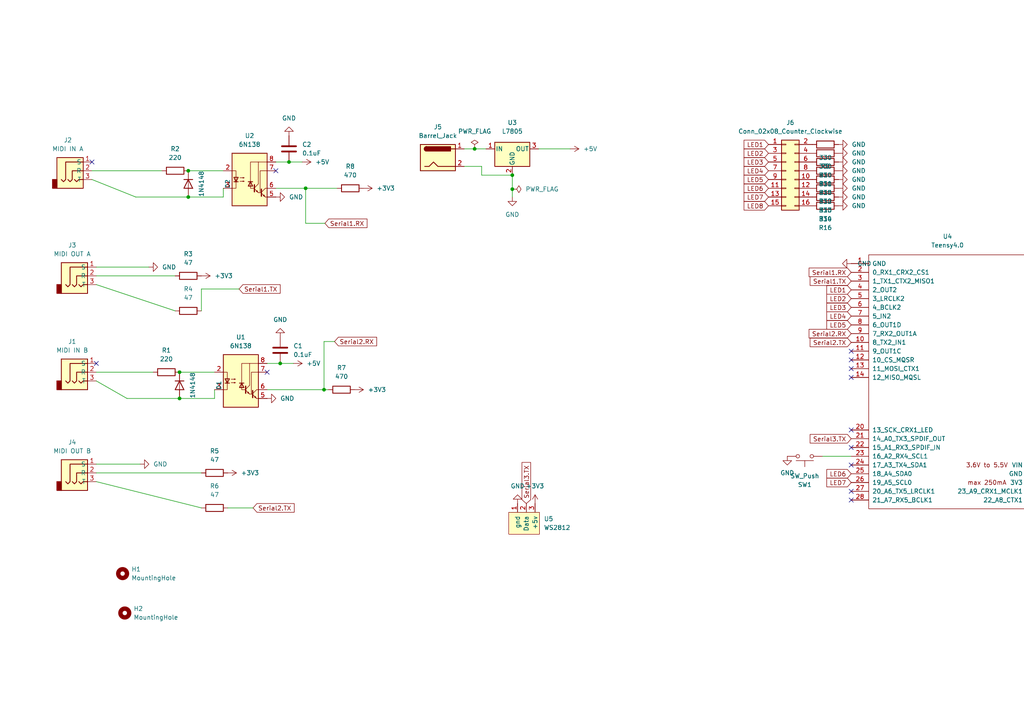
<source format=kicad_sch>
(kicad_sch (version 20211123) (generator eeschema)
  (paper "A4")
  (lib_symbols
    (symbol "Connector:Barrel_Jack" (pin_names (offset 1.016))
      (property "Reference" "J" (at 0 5.334 0))
      (property "Value" "Barrel_Jack" (at 0 -5.08 0))
      (symbol "Barrel_Jack_0_1"
        (rectangle (start -5.08 3.81) (end 5.08 -3.81) (stroke (width 0.254)) (fill (type background)))
        (arc (start -3.302 3.175) (mid -3.937 2.54) (end -3.302 1.905) (stroke (width 0.254)))
        (arc (start -3.302 3.175) (mid -3.937 2.54) (end -3.302 1.905) (stroke (width 0.254)) (fill (type outline)))
        (polyline (pts (xy 5.08 2.54) (xy 3.81 2.54)) (stroke (width 0.254)))
        (polyline (pts (xy -3.81 -2.54) (xy -2.54 -2.54) (xy -1.27 -1.27) (xy 0 -2.54) (xy 2.54 -2.54) (xy 5.08 -2.54)) (stroke (width 0.254)))
        (rectangle (start 3.683 3.175) (end -3.302 1.905) (stroke (width 0.254)) (fill (type outline)))
      )
      (symbol "Barrel_Jack_1_1"
        (pin passive line (at 7.62 2.54 180) (length 2.54) (name "~") (number "1"))
        (pin passive line (at 7.62 -2.54 180) (length 2.54) (name "~") (number "2"))
      )
    )
    (symbol "Connector_Generic:Conn_02x08_Odd_Even" (pin_names (offset 1.016) hide)
      (property "Reference" "J" (at 1.27 10.16 0))
      (property "Value" "Conn_02x08_Odd_Even" (at 1.27 -12.7 0))
      (symbol "Conn_02x08_Odd_Even_1_1"
        (rectangle (start -1.27 -10.033) (end 0 -10.287) (stroke (width 0.1524)))
        (rectangle (start -1.27 -7.493) (end 0 -7.747) (stroke (width 0.1524)))
        (rectangle (start -1.27 -4.953) (end 0 -5.207) (stroke (width 0.1524)))
        (rectangle (start -1.27 -2.413) (end 0 -2.667) (stroke (width 0.1524)))
        (rectangle (start -1.27 0.127) (end 0 -0.127) (stroke (width 0.1524)))
        (rectangle (start -1.27 2.667) (end 0 2.413) (stroke (width 0.1524)))
        (rectangle (start -1.27 5.207) (end 0 4.953) (stroke (width 0.1524)))
        (rectangle (start -1.27 7.747) (end 0 7.493) (stroke (width 0.1524)))
        (rectangle (start -1.27 8.89) (end 3.81 -11.43) (stroke (width 0.254)) (fill (type background)))
        (rectangle (start 3.81 -10.033) (end 2.54 -10.287) (stroke (width 0.1524)))
        (rectangle (start 3.81 -7.493) (end 2.54 -7.747) (stroke (width 0.1524)))
        (rectangle (start 3.81 -4.953) (end 2.54 -5.207) (stroke (width 0.1524)))
        (rectangle (start 3.81 -2.413) (end 2.54 -2.667) (stroke (width 0.1524)))
        (rectangle (start 3.81 0.127) (end 2.54 -0.127) (stroke (width 0.1524)))
        (rectangle (start 3.81 2.667) (end 2.54 2.413) (stroke (width 0.1524)))
        (rectangle (start 3.81 5.207) (end 2.54 4.953) (stroke (width 0.1524)))
        (rectangle (start 3.81 7.747) (end 2.54 7.493) (stroke (width 0.1524)))
        (pin passive line (at -5.08 7.62 0) (length 3.81) (name "Pin_1") (number "1"))
        (pin passive line (at 7.62 -2.54 180) (length 3.81) (name "Pin_10") (number "10"))
        (pin passive line (at -5.08 -5.08 0) (length 3.81) (name "Pin_11") (number "11"))
        (pin passive line (at 7.62 -5.08 180) (length 3.81) (name "Pin_12") (number "12"))
        (pin passive line (at -5.08 -7.62 0) (length 3.81) (name "Pin_13") (number "13"))
        (pin passive line (at 7.62 -7.62 180) (length 3.81) (name "Pin_14") (number "14"))
        (pin passive line (at -5.08 -10.16 0) (length 3.81) (name "Pin_15") (number "15"))
        (pin passive line (at 7.62 -10.16 180) (length 3.81) (name "Pin_16") (number "16"))
        (pin passive line (at 7.62 7.62 180) (length 3.81) (name "Pin_2") (number "2"))
        (pin passive line (at -5.08 5.08 0) (length 3.81) (name "Pin_3") (number "3"))
        (pin passive line (at 7.62 5.08 180) (length 3.81) (name "Pin_4") (number "4"))
        (pin passive line (at -5.08 2.54 0) (length 3.81) (name "Pin_5") (number "5"))
        (pin passive line (at 7.62 2.54 180) (length 3.81) (name "Pin_6") (number "6"))
        (pin passive line (at -5.08 0 0) (length 3.81) (name "Pin_7") (number "7"))
        (pin passive line (at 7.62 0 180) (length 3.81) (name "Pin_8") (number "8"))
        (pin passive line (at -5.08 -2.54 0) (length 3.81) (name "Pin_9") (number "9"))
      )
    )
    (symbol "Device:C" (pin_numbers hide) (pin_names (offset 0.254))
      (property "Reference" "C" (at 0.635 2.54 0))
      (property "Value" "C" (at 0.635 -2.54 0))
      (symbol "C_0_1"
        (polyline (pts (xy -2.032 -0.762) (xy 2.032 -0.762)) (stroke (width 0.508)))
        (polyline (pts (xy -2.032 0.762) (xy 2.032 0.762)) (stroke (width 0.508)))
      )
      (symbol "C_1_1"
        (pin passive line (at 0 3.81 270) (length 2.794) (name "~") (number "1"))
        (pin passive line (at 0 -3.81 90) (length 2.794) (name "~") (number "2"))
      )
    )
    (symbol "Device:R" (pin_numbers hide) (pin_names (offset 0))
      (property "Reference" "R" (at 2.032 0 90))
      (property "Value" "R" (at 0 0 90))
      (symbol "R_0_1"
        (rectangle (start -1.016 -2.54) (end 1.016 2.54) (stroke (width 0.254)))
      )
      (symbol "R_1_1"
        (pin passive line (at 0 3.81 270) (length 1.27) (name "~") (number "1"))
        (pin passive line (at 0 -3.81 90) (length 1.27) (name "~") (number "2"))
      )
    )
    (symbol "Diode:1N4148" (pin_numbers hide) (pin_names (offset 1.016) hide)
      (property "Reference" "D" (at 0 2.54 0))
      (property "Value" "1N4148" (at 0 -2.54 0))
      (symbol "1N4148_0_1"
        (polyline (pts (xy -1.27 1.27) (xy -1.27 -1.27)) (stroke (width 0.254)))
        (polyline (pts (xy 1.27 0) (xy -1.27 0)))
        (polyline (pts (xy 1.27 1.27) (xy 1.27 -1.27) (xy -1.27 0) (xy 1.27 1.27)) (stroke (width 0.254)))
      )
      (symbol "1N4148_1_1"
        (pin passive line (at -3.81 0 0) (length 2.54) (name "K") (number "1"))
        (pin passive line (at 3.81 0 180) (length 2.54) (name "A") (number "2"))
      )
    )
    (symbol "Isolator:6N138" (pin_names (offset 1.016) hide)
      (property "Reference" "U" (at -4.064 8.89 0))
      (property "Value" "6N138" (at 2.286 8.89 0))
      (symbol "6N138_0_1"
        (rectangle (start -5.08 7.62) (end 5.08 -7.62) (stroke (width 0.254)) (fill (type background)))
        (polyline (pts (xy -4.572 -0.635) (xy -3.302 -0.635)) (stroke (width 0.254)))
        (polyline (pts (xy 0.889 -0.635) (xy -0.381 -0.635)) (stroke (width 0.254)))
        (polyline (pts (xy 1.397 -2.667) (xy 2.54 -3.81)))
        (polyline (pts (xy 1.397 -2.413) (xy 2.54 -1.27)))
        (polyline (pts (xy 2.54 -3.81) (xy 3.175 -3.81)))
        (polyline (pts (xy 3.429 -3.937) (xy 4.572 -5.08)))
        (polyline (pts (xy 3.429 -3.683) (xy 4.572 -2.54)))
        (polyline (pts (xy 4.572 -5.08) (xy 5.08 -5.08)))
        (polyline (pts (xy 4.572 -2.54) (xy 5.08 -2.54)))
        (polyline (pts (xy 1.397 -1.524) (xy 1.397 -3.556) (xy 1.397 -3.556)) (stroke (width 0.3556)))
        (polyline (pts (xy 2.54 -1.27) (xy 2.54 5.08) (xy 5.08 5.08)))
        (polyline (pts (xy 3.429 -2.794) (xy 3.429 -4.826) (xy 3.429 -4.826)) (stroke (width 0.3556)))
        (polyline (pts (xy 5.08 2.54) (xy 3.048 2.54) (xy 3.048 -3.81)))
        (polyline (pts (xy -5.08 -2.54) (xy -3.937 -2.54) (xy -3.937 2.54) (xy -5.08 2.54)))
        (polyline (pts (xy -3.937 -0.635) (xy -4.572 0.635) (xy -3.302 0.635) (xy -3.937 -0.635)) (stroke (width 0.254)))
        (polyline (pts (xy 0.254 -0.635) (xy 0.889 -1.905) (xy -0.381 -1.905) (xy 0.254 -0.635)) (stroke (width 0.254)))
        (polyline (pts (xy 1.27 -2.54) (xy 0.254 -2.54) (xy 0.254 5.08) (xy 2.54 5.08)))
        (polyline (pts (xy 2.413 -3.683) (xy 2.159 -3.175) (xy 1.905 -3.429) (xy 2.413 -3.683)))
        (polyline (pts (xy 4.445 -4.953) (xy 4.191 -4.445) (xy 3.937 -4.699) (xy 4.445 -4.953)))
        (polyline (pts (xy -2.794 -0.508) (xy -1.524 -0.508) (xy -1.905 -0.635) (xy -1.905 -0.381) (xy -1.524 -0.508)))
        (polyline (pts (xy -2.794 0.508) (xy -1.524 0.508) (xy -1.905 0.381) (xy -1.905 0.635) (xy -1.524 0.508)))
      )
      (symbol "6N138_1_1"
        (pin no_connect line (at -5.08 5.08 0) (length 2.54) hide (name "NC") (number "1"))
        (pin passive line (at -7.62 2.54 0) (length 2.54) (name "C1") (number "2"))
        (pin passive line (at -7.62 -2.54 0) (length 2.54) (name "C2") (number "3"))
        (pin no_connect line (at -5.08 -5.08 0) (length 2.54) hide (name "NC") (number "4"))
        (pin passive line (at 7.62 -5.08 180) (length 2.54) (name "GND") (number "5"))
        (pin passive line (at 7.62 -2.54 180) (length 2.54) (name "VO2") (number "6"))
        (pin passive line (at 7.62 2.54 180) (length 2.54) (name "VO1") (number "7"))
        (pin passive line (at 7.62 5.08 180) (length 2.54) (name "VCC") (number "8"))
      )
    )
    (symbol "Mechanical:MountingHole" (pin_names (offset 1.016))
      (property "Reference" "H" (at 0 5.08 0))
      (property "Value" "MountingHole" (at 0 3.175 0))
      (symbol "MountingHole_0_1"
        (circle (center 0 0) (radius 1.27) (stroke (width 1.27)))
      )
    )
    (symbol "Regulator_Linear:L7805" (pin_names (offset 0.254))
      (property "Reference" "U" (at -3.81 3.175 0))
      (property "Value" "L7805" (at 0 3.175 0))
      (symbol "L7805_0_1"
        (rectangle (start -5.08 1.905) (end 5.08 -5.08) (stroke (width 0.254)) (fill (type background)))
      )
      (symbol "L7805_1_1"
        (pin power_in line (at -7.62 0 0) (length 2.54) (name "IN") (number "1"))
        (pin power_in line (at 0 -7.62 90) (length 2.54) (name "GND") (number "2"))
        (pin power_out line (at 7.62 0 180) (length 2.54) (name "OUT") (number "3"))
      )
    )
    (symbol "Switch:SW_Push" (pin_numbers hide) (pin_names (offset 1.016) hide)
      (property "Reference" "SW" (at 1.27 2.54 0))
      (property "Value" "SW_Push" (at 0 -1.524 0))
      (symbol "SW_Push_0_1"
        (circle (center -2.032 0) (radius 0.508))
        (polyline (pts (xy 0 1.27) (xy 0 3.048)))
        (polyline (pts (xy 2.54 1.27) (xy -2.54 1.27)))
        (circle (center 2.032 0) (radius 0.508))
        (pin passive line (at -5.08 0 0) (length 2.54) (name "1") (number "1"))
        (pin passive line (at 5.08 0 180) (length 2.54) (name "2") (number "2"))
      )
    )
    (symbol "clarinoid2:TRS jack"
      (property "Reference" "J" (at 0 8.89 0))
      (property "Value" "TRS jack" (at 0 6.35 0))
      (symbol "TRS jack_0_1"
        (rectangle (start -5.08 -5.08) (end -6.35 -2.54) (stroke (width 0.254)) (fill (type outline)))
        (polyline (pts (xy 0 -2.54) (xy 0.635 -3.175) (xy 1.27 -2.54) (xy 2.54 -2.54)) (stroke (width 0.254)))
        (polyline (pts (xy -1.905 -2.54) (xy -1.27 -3.175) (xy -0.635 -2.54) (xy -0.635 0) (xy 2.54 0)) (stroke (width 0.254)))
        (polyline (pts (xy 2.54 2.54) (xy -2.54 2.54) (xy -2.54 -2.54) (xy -3.175 -3.175) (xy -3.81 -2.54)) (stroke (width 0.254)))
        (rectangle (start 2.54 3.81) (end -5.08 -5.08) (stroke (width 0.254)) (fill (type background)))
      )
      (symbol "TRS jack_1_1"
        (pin passive line (at 5.08 2.54 180) (length 2.54) (name "S") (number "1"))
        (pin passive line (at 5.08 0 180) (length 2.54) (name "R") (number "2"))
        (pin passive line (at 5.08 -2.54 180) (length 2.54) (name "T") (number "3"))
      )
    )
    (symbol "clarinoid2:Teensy4.0 only side pins" (pin_names (offset 1.016))
      (property "Reference" "U" (at 0 39.37 0))
      (property "Value" "Teensy4.0 only side pins" (at 0 -39.37 0))
      (symbol "Teensy4.0 only side pins_0_0"
        (text "3.6V to 5.5V" (at 11.43 -24.13 0) (effects (font (size 1.27 1.27))))
        (text "max 250mA" (at 11.43 -29.21 0) (effects (font (size 1.27 1.27))))
        (pin bidirectional line (at -27.94 11.43 0) (length 5.08) (name "8_TX2_IN1") (number "10"))
        (pin bidirectional line (at -27.94 8.89 0) (length 5.08) (name "9_OUT1C") (number "11"))
        (pin bidirectional line (at -27.94 6.35 0) (length 5.08) (name "10_CS_MQSR") (number "12"))
        (pin bidirectional line (at -27.94 3.81 0) (length 5.08) (name "11_MOSI_CTX1") (number "13"))
        (pin bidirectional line (at -27.94 1.27 0) (length 5.08) (name "12_MISO_MQSL") (number "14"))
        (pin bidirectional line (at -27.94 -13.97 0) (length 5.08) (name "13_SCK_CRX1_LED") (number "20"))
        (pin bidirectional line (at -27.94 -16.51 0) (length 5.08) (name "14_A0_TX3_SPDIF_OUT") (number "21"))
        (pin bidirectional line (at -27.94 -19.05 0) (length 5.08) (name "15_A1_RX3_SPDIF_IN") (number "22"))
        (pin bidirectional line (at -27.94 -21.59 0) (length 5.08) (name "16_A2_RX4_SCL1") (number "23"))
        (pin bidirectional line (at -27.94 -24.13 0) (length 5.08) (name "17_A3_TX4_SDA1") (number "24"))
        (pin bidirectional line (at -27.94 -26.67 0) (length 5.08) (name "18_A4_SDA0") (number "25"))
        (pin bidirectional line (at -27.94 -29.21 0) (length 5.08) (name "19_A5_SCL0") (number "26"))
        (pin bidirectional line (at -27.94 -31.75 0) (length 5.08) (name "20_A6_TX5_LRCLK1") (number "27"))
        (pin bidirectional line (at -27.94 -34.29 0) (length 5.08) (name "21_A7_RX5_BCLK1") (number "28"))
        (pin bidirectional line (at 27.94 -34.29 180) (length 5.08) (name "22_A8_CTX1") (number "29"))
        (pin bidirectional line (at 27.94 -31.75 180) (length 5.08) (name "23_A9_CRX1_MCLK1") (number "30"))
        (pin power_out line (at 27.94 -29.21 180) (length 5.08) (name "3V3") (number "31"))
        (pin power_in line (at 27.94 -26.67 180) (length 5.08) (name "GND") (number "32"))
        (pin power_in line (at 27.94 -24.13 180) (length 5.08) (name "VIN") (number "33"))
        (pin bidirectional line (at -27.94 24.13 0) (length 5.08) (name "3_LRCLK2") (number "5"))
        (pin bidirectional line (at -27.94 21.59 0) (length 5.08) (name "4_BCLK2") (number "6"))
        (pin bidirectional line (at -27.94 19.05 0) (length 5.08) (name "5_IN2") (number "7"))
        (pin bidirectional line (at -27.94 16.51 0) (length 5.08) (name "6_OUT1D") (number "8"))
        (pin bidirectional line (at -27.94 13.97 0) (length 5.08) (name "7_RX2_OUT1A") (number "9"))
      )
      (symbol "Teensy4.0 only side pins_0_1"
        (rectangle (start -22.86 36.83) (end 22.86 -36.83))
        (rectangle (start -20.32 -31.75) (end -20.32 -31.75))
      )
      (symbol "Teensy4.0 only side pins_1_1"
        (pin power_in line (at -27.94 34.29 0) (length 5.08) (name "GND") (number "1"))
        (pin bidirectional line (at -27.94 31.75 0) (length 5.08) (name "0_RX1_CRX2_CS1") (number "2"))
        (pin bidirectional line (at -27.94 29.21 0) (length 5.08) (name "1_TX1_CTX2_MISO1") (number "3"))
        (pin bidirectional line (at -27.94 26.67 0) (length 5.08) (name "2_OUT2") (number "4"))
      )
    )
    (symbol "clarinoid2:WS2812" (pin_names (offset 1.016))
      (property "Reference" "U" (at 5.08 -1.27 0))
      (property "Value" "WS2812" (at 0 -1.27 0))
      (symbol "WS2812_0_1"
        (rectangle (start -3.81 6.35) (end 5.08 0) (fill (type background)))
      )
      (symbol "WS2812_1_1"
        (pin passive line (at -1.27 8.89 270) (length 2.54) (name "gnd") (number "1"))
        (pin passive line (at 1.27 8.89 270) (length 2.54) (name "Data") (number "2"))
        (pin power_in line (at 3.81 8.89 270) (length 2.54) (name "+5v") (number "3"))
      )
    )
    (symbol "power:+3.3V" (power) (pin_names (offset 0))
      (property "Value" "+3.3V" (at 0 3.556 0))
      (symbol "+3.3V_0_1"
        (polyline (pts (xy -0.762 1.27) (xy 0 2.54)))
        (polyline (pts (xy 0 0) (xy 0 2.54)))
        (polyline (pts (xy 0 2.54) (xy 0.762 1.27)))
      )
      (symbol "+3.3V_1_1"
        (pin power_in line (at 0 0 90) (length 0) hide (name "+3V3") (number "1"))
      )
    )
    (symbol "power:+5V" (power) (pin_names (offset 0))
      (property "Value" "+5V" (at 0 3.556 0))
      (symbol "+5V_0_1"
        (polyline (pts (xy -0.762 1.27) (xy 0 2.54)))
        (polyline (pts (xy 0 0) (xy 0 2.54)))
        (polyline (pts (xy 0 2.54) (xy 0.762 1.27)))
      )
      (symbol "+5V_1_1"
        (pin power_in line (at 0 0 90) (length 0) hide (name "+5V") (number "1"))
      )
    )
    (symbol "power:GND" (power) (pin_names (offset 0))
      (property "Value" "GND" (at 0 -3.81 0))
      (symbol "GND_0_1"
        (polyline (pts (xy 0 0) (xy 0 -1.27) (xy 1.27 -1.27) (xy 0 -2.54) (xy -1.27 -1.27) (xy 0 -1.27)))
      )
      (symbol "GND_1_1"
        (pin power_in line (at 0 0 270) (length 0) hide (name "GND") (number "1"))
      )
    )
    (symbol "power:PWR_FLAG" (power) (pin_numbers hide) (pin_names (offset 0) hide)
      (property "Value" "PWR_FLAG" (at 0 3.81 0))
      (symbol "PWR_FLAG_0_0"
        (pin power_out line (at 0 0 90) (length 0) (name "pwr") (number "1"))
      )
      (symbol "PWR_FLAG_0_1"
        (polyline (pts (xy 0 0) (xy 0 1.27) (xy -1.016 1.905) (xy 0 2.54) (xy 1.016 1.905) (xy 0 1.27)))
      )
    )
  )
  (junction (at 148.59 50.8))
  (junction (at 52.07 107.95))
  (junction (at 137.668 43.18))
  (junction (at 93.98 113.03))
  (junction (at 52.07 115.57))
  (junction (at 83.82 46.99))
  (junction (at 54.61 49.53))
  (junction (at 148.59 54.864))
  (junction (at 88.646 54.61))
  (junction (at 81.28 105.41))
  (junction (at 54.61 57.15))
  (no_connect (at 26.67 46.99))
  (no_connect (at 27.94 105.41))
  (no_connect (at 80.01 49.53))
  (no_connect (at 77.47 107.95))
  (no_connect (at 246.888 101.854))
  (no_connect (at 246.888 104.394))
  (no_connect (at 246.888 106.934))
  (no_connect (at 246.888 109.474))
  (no_connect (at 246.888 124.714))
  (no_connect (at 302.768 142.494))
  (no_connect (at 246.888 129.794))
  (no_connect (at 246.888 134.874))
  (no_connect (at 246.888 142.494))
  (no_connect (at 246.888 145.034))
  (wire (pts (xy 148.59 50.8) (xy 148.59 54.864)))
  (wire (pts (xy 156.21 43.18) (xy 165.354 43.18)))
  (wire (pts (xy 88.646 54.61) (xy 97.79 54.61)))
  (wire (pts (xy 134.62 48.26) (xy 139.7 48.26)))
  (wire (pts (xy 83.82 46.99) (xy 87.63 46.99)))
  (wire (pts (xy 50.8 90.17) (xy 27.94 82.55)))
  (wire (pts (xy 27.94 110.49) (xy 36.83 115.57)))
  (wire (pts (xy 81.28 105.41) (xy 85.09 105.41)))
  (wire (pts (xy 94.234 64.77) (xy 88.646 64.77)))
  (wire (pts (xy 26.67 49.53) (xy 46.99 49.53)))
  (wire (pts (xy 26.67 52.07) (xy 39.37 57.15)))
  (wire (pts (xy 58.42 83.82) (xy 69.342 83.82)))
  (wire (pts (xy 238.506 132.334) (xy 246.888 132.334)))
  (wire (pts (xy 88.646 64.77) (xy 88.646 54.61)))
  (wire (pts (xy 52.07 107.95) (xy 62.23 107.95)))
  (wire (pts (xy 137.668 43.18) (xy 134.62 43.18)))
  (wire (pts (xy 39.37 57.15) (xy 54.61 57.15)))
  (wire (pts (xy 93.98 99.06) (xy 93.98 113.03)))
  (wire (pts (xy 77.47 113.03) (xy 93.98 113.03)))
  (wire (pts (xy 50.8 80.01) (xy 27.94 80.01)))
  (wire (pts (xy 93.98 113.03) (xy 95.25 113.03)))
  (wire (pts (xy 27.94 134.62) (xy 40.64 134.62)))
  (wire (pts (xy 58.42 90.17) (xy 58.42 83.82)))
  (wire (pts (xy 58.42 147.32) (xy 27.94 139.7)))
  (wire (pts (xy 77.47 105.41) (xy 81.28 105.41)))
  (wire (pts (xy 80.01 46.99) (xy 83.82 46.99)))
  (wire (pts (xy 54.61 57.15) (xy 64.77 57.15)))
  (wire (pts (xy 140.97 43.18) (xy 137.668 43.18)))
  (wire (pts (xy 27.94 107.95) (xy 44.45 107.95)))
  (wire (pts (xy 64.77 54.61) (xy 64.77 57.15)))
  (wire (pts (xy 27.94 77.47) (xy 43.18 77.47)))
  (wire (pts (xy 54.61 49.53) (xy 64.77 49.53)))
  (wire (pts (xy 97.028 99.06) (xy 93.98 99.06)))
  (wire (pts (xy 139.7 50.8) (xy 148.59 50.8)))
  (wire (pts (xy 36.83 115.57) (xy 52.07 115.57)))
  (wire (pts (xy 139.7 48.26) (xy 139.7 50.8)))
  (wire (pts (xy 62.23 113.03) (xy 62.23 115.57)))
  (wire (pts (xy 148.59 54.864) (xy 148.59 57.15)))
  (wire (pts (xy 80.01 54.61) (xy 88.646 54.61)))
  (wire (pts (xy 58.42 137.16) (xy 27.94 137.16)))
  (wire (pts (xy 66.04 147.32) (xy 73.406 147.32)))
  (wire (pts (xy 52.07 115.57) (xy 62.23 115.57)))
  (global_label "Serial3.TX" (shape input) (at 152.654 146.05 90) (property "Intersheet References" "${INTERSHEET_REFS}" (effects hide)))
  (global_label "LED3" (shape input) (at 222.885 46.99 180) (property "Intersheet References" "${INTERSHEET_REFS}" (effects hide)))
  (global_label "LED8" (shape input) (at 302.768 145.034 0) (property "Intersheet References" "${INTERSHEET_REFS}" (effects hide)))
  (global_label "Serial2.TX" (shape input) (at 246.888 99.314 180) (property "Intersheet References" "${INTERSHEET_REFS}" (effects hide)))
  (global_label "LED5" (shape input) (at 222.885 52.07 180) (property "Intersheet References" "${INTERSHEET_REFS}" (effects hide)))
  (global_label "LED3" (shape input) (at 246.888 89.154 180) (property "Intersheet References" "${INTERSHEET_REFS}" (effects hide)))
  (global_label "LED7" (shape input) (at 246.888 139.954 180) (property "Intersheet References" "${INTERSHEET_REFS}" (effects hide)))
  (global_label "Serial1.RX" (shape input) (at 94.234 64.77 0) (property "Intersheet References" "${INTERSHEET_REFS}" (effects hide)))
  (global_label "LED5" (shape input) (at 246.888 94.234 180) (property "Intersheet References" "${INTERSHEET_REFS}" (effects hide)))
  (global_label "LED2" (shape input) (at 246.888 86.614 180) (property "Intersheet References" "${INTERSHEET_REFS}" (effects hide)))
  (global_label "LED4" (shape input) (at 246.888 91.694 180) (property "Intersheet References" "${INTERSHEET_REFS}" (effects hide)))
  (global_label "LED4" (shape input) (at 222.885 49.53 180) (property "Intersheet References" "${INTERSHEET_REFS}" (effects hide)))
  (global_label "LED1" (shape input) (at 222.885 41.91 180) (property "Intersheet References" "${INTERSHEET_REFS}" (effects hide)))
  (global_label "LED6" (shape input) (at 246.888 137.414 180) (property "Intersheet References" "${INTERSHEET_REFS}" (effects hide)))
  (global_label "LED6" (shape input) (at 222.885 54.61 180) (property "Intersheet References" "${INTERSHEET_REFS}" (effects hide)))
  (global_label "Serial2.RX" (shape input) (at 97.028 99.06 0) (property "Intersheet References" "${INTERSHEET_REFS}" (effects hide)))
  (global_label "Serial2.RX" (shape input) (at 246.888 96.774 180) (property "Intersheet References" "${INTERSHEET_REFS}" (effects hide)))
  (global_label "LED8" (shape input) (at 222.885 59.69 180) (property "Intersheet References" "${INTERSHEET_REFS}" (effects hide)))
  (global_label "Serial1.TX" (shape input) (at 69.342 83.82 0) (property "Intersheet References" "${INTERSHEET_REFS}" (effects hide)))
  (global_label "LED1" (shape input) (at 246.888 84.074 180) (property "Intersheet References" "${INTERSHEET_REFS}" (effects hide)))
  (global_label "LED2" (shape input) (at 222.885 44.45 180) (property "Intersheet References" "${INTERSHEET_REFS}" (effects hide)))
  (global_label "Serial1.TX" (shape input) (at 246.888 81.534 180) (property "Intersheet References" "${INTERSHEET_REFS}" (effects hide)))
  (global_label "LED7" (shape input) (at 222.885 57.15 180) (property "Intersheet References" "${INTERSHEET_REFS}" (effects hide)))
  (global_label "Serial2.TX" (shape input) (at 73.406 147.32 0) (property "Intersheet References" "${INTERSHEET_REFS}" (effects hide)))
  (global_label "Serial1.RX" (shape input) (at 246.888 78.994 180) (property "Intersheet References" "${INTERSHEET_REFS}" (effects hide)))
  (global_label "Serial3.TX" (shape input) (at 246.888 127.254 180) (property "Intersheet References" "${INTERSHEET_REFS}" (effects hide)))
  (symbol (lib_id "Isolator:6N138") (at 72.39 52.07 0) (unit 1)
    (property "Reference" "U2" (at 72.39 39.37 0))
    (property "Value" "6N138" (at 72.39 41.91 0))
    (property "Footprint" "Package_DIP:DIP-8_W7.62mm" (effects hide))
    (property "Datasheet" "http://www.onsemi.com/pub/Collateral/HCPL2731-D.pdf" (effects hide))
    (property "LCSC part number" "C571211" (effects hide))
    (property "LCSC" "C571211" (effects hide))
  )
  (symbol (lib_id "Mechanical:MountingHole") (at 36.195 177.8 0) (unit 1)
    (property "Reference" "H2" (at 38.735 176.5299 0) (effects (justify left)))
    (property "Value" "MountingHole" (at 38.735 179.0699 0) (effects (justify left)))
    (property "Footprint" "MountingHole:MountingHole_3.2mm_M3_Pad" (effects hide))
    (property "LCSC part number" "-" (effects hide))
  )
  (symbol (lib_id "power:GND") (at 81.28 97.79 180) (unit 1)
    (property "Reference" "#PWR09" (effects hide))
    (property "Value" "GND" (at 81.28 92.71 0))
  )
  (symbol (lib_id "power:+5V") (at 302.768 134.874 270) (unit 1)
    (property "Reference" "#PWR017" (effects hide))
    (property "Value" "+5V" (at 306.578 134.8739 90) (effects (justify left)))
  )
  (symbol (lib_id "power:GND") (at 243.205 57.15 90) (unit 1)
    (property "Reference" "#PWR0108" (effects hide))
    (property "Value" "GND" (at 247.015 57.1499 90) (effects (justify right)))
  )
  (symbol (lib_id "power:GND") (at 40.64 134.62 90) (unit 1)
    (property "Reference" "#PWR04" (effects hide))
    (property "Value" "GND" (at 44.45 134.6199 90) (effects (justify right)))
  )
  (symbol (lib_id "Device:R") (at 62.23 137.16 90) (unit 1)
    (property "Reference" "R5" (at 62.23 130.81 90))
    (property "Value" "47" (at 62.23 133.35 90))
    (property "Footprint" "Resistor_SMD:R_0603_1608Metric" (effects hide))
    (property "LCSC part number" "C23182" (effects hide))
    (property "LCSC" "C23182" (effects hide))
  )
  (symbol (lib_id "Device:R") (at 54.61 80.01 90) (unit 1)
    (property "Reference" "R3" (at 54.61 73.66 90))
    (property "Value" "47" (at 54.61 76.2 90))
    (property "Footprint" "Resistor_SMD:R_0603_1608Metric" (effects hide))
    (property "LCSC part number" "C23182" (effects hide))
    (property "LCSC" "C23182" (effects hide))
  )
  (symbol (lib_id "power:+3.3V") (at 155.194 146.05 0) (unit 1)
    (property "Reference" "#PWR0103" (effects hide))
    (property "Value" "+3.3V" (at 155.194 140.97 0))
  )
  (symbol (lib_id "power:GND") (at 243.205 54.61 90) (unit 1)
    (property "Reference" "#PWR0107" (effects hide))
    (property "Value" "GND" (at 247.015 54.6099 90) (effects (justify right)))
  )
  (symbol (lib_id "power:GND") (at 83.82 39.37 180) (unit 1)
    (property "Reference" "#PWR010" (effects hide))
    (property "Value" "GND" (at 83.82 34.29 0))
  )
  (symbol (lib_id "Device:R") (at 239.395 52.07 270) (unit 1)
    (property "Reference" "R12" (at 239.395 58.42 90))
    (property "Value" "330" (at 239.395 55.88 90))
    (property "Footprint" "Resistor_SMD:R_0603_1608Metric" (effects hide))
    (property "LCSC part number" "C23138" (effects hide))
    (property "LCSC" "C23138" (effects hide))
  )
  (symbol (lib_id "power:+5V") (at 85.09 105.41 270) (unit 1)
    (property "Reference" "#PWR011" (effects hide))
    (property "Value" "+5V" (at 88.9 105.4099 90) (effects (justify left)))
  )
  (symbol (lib_id "power:GND") (at 243.205 46.99 90) (unit 1)
    (property "Reference" "#PWR021" (effects hide))
    (property "Value" "GND" (at 247.015 46.9899 90) (effects (justify right)))
  )
  (symbol (lib_id "power:GND") (at 148.59 57.15 0) (unit 1)
    (property "Reference" "#PWR016" (effects hide))
    (property "Value" "GND" (at 148.59 62.23 0))
  )
  (symbol (lib_id "Device:R") (at 54.61 90.17 270) (unit 1)
    (property "Reference" "R4" (at 54.61 83.82 90))
    (property "Value" "47" (at 54.61 86.36 90))
    (property "Footprint" "Resistor_SMD:R_0603_1608Metric" (effects hide))
    (property "LCSC part number" "C23182" (effects hide))
    (property "LCSC" "C23182" (effects hide))
  )
  (symbol (lib_id "Device:R") (at 239.395 57.15 270) (unit 1)
    (property "Reference" "R14" (at 239.395 63.5 90))
    (property "Value" "330" (at 239.395 60.96 90))
    (property "Footprint" "Resistor_SMD:R_0603_1608Metric" (effects hide))
    (property "LCSC part number" "C23138" (effects hide))
    (property "LCSC" "C23138" (effects hide))
  )
  (symbol (lib_id "power:GND") (at 150.114 146.05 180) (unit 1)
    (property "Reference" "#PWR0104" (effects hide))
    (property "Value" "GND" (at 150.114 140.97 0))
  )
  (symbol (lib_id "power:+3.3V") (at 105.41 54.61 270) (unit 1)
    (property "Reference" "#PWR014" (effects hide))
    (property "Value" "+3.3V" (at 109.22 54.6099 90) (effects (justify left)))
  )
  (symbol (lib_id "power:GND") (at 243.205 59.69 90) (unit 1)
    (property "Reference" "#PWR0109" (effects hide))
    (property "Value" "GND" (at 247.015 59.6899 90) (effects (justify right)))
  )
  (symbol (lib_id "Device:C") (at 83.82 43.18 180) (unit 1)
    (property "Reference" "C2" (at 87.63 41.9099 0) (effects (justify right)))
    (property "Value" "0.1uF" (at 87.63 44.4499 0) (effects (justify right)))
    (property "Footprint" "Capacitor_SMD:C_0603_1608Metric" (effects hide))
    (property "LCSC part number" "C14663" (effects hide))
    (property "LCSC" "C14663" (effects hide))
  )
  (symbol (lib_id "Diode:1N4148") (at 54.61 53.34 270) (unit 1)
    (property "Reference" "D2" (at 66.04 53.34 0))
    (property "Value" "1N4148" (at 58.42 53.34 0))
    (property "Footprint" "Diode_SMD:D_SOD-123" (effects hide))
    (property "Datasheet" "https://assets.nexperia.com/documents/data-sheet/1N4148_1N4448.pdf" (effects hide))
    (property "LCSC part number" "C81598" (effects hide))
    (property "LCSC" "C81598" (effects hide))
  )
  (symbol (lib_id "Device:R") (at 99.06 113.03 90) (unit 1)
    (property "Reference" "R7" (at 99.06 106.68 90))
    (property "Value" "470" (at 99.06 109.22 90))
    (property "Footprint" "Resistor_SMD:R_0603_1608Metric" (effects hide))
    (property "LCSC part number" "C23179" (effects hide))
    (property "LCSC" "C23179" (effects hide))
  )
  (symbol (lib_id "Diode:1N4148") (at 52.07 111.76 270) (unit 1)
    (property "Reference" "D1" (at 63.5 111.76 0))
    (property "Value" "1N4148" (at 55.88 111.76 0))
    (property "Footprint" "Diode_SMD:D_SOD-123" (effects hide))
    (property "Datasheet" "https://assets.nexperia.com/documents/data-sheet/1N4148_1N4448.pdf" (effects hide))
    (property "LCSC part number" "C81598" (effects hide))
    (property "LCSC" "C81598" (effects hide))
  )
  (symbol (lib_id "Device:R") (at 239.395 59.69 270) (unit 1)
    (property "Reference" "R16" (at 239.395 66.04 90))
    (property "Value" "330" (at 239.395 63.5 90))
    (property "Footprint" "Resistor_SMD:R_0603_1608Metric" (effects hide))
    (property "LCSC part number" "C23138" (effects hide))
    (property "LCSC" "C23138" (effects hide))
  )
  (symbol (lib_id "Isolator:6N138") (at 69.85 110.49 0) (unit 1)
    (property "Reference" "U1" (at 69.85 97.79 0))
    (property "Value" "6N138" (at 69.85 100.33 0))
    (property "Footprint" "Package_DIP:DIP-8_W7.62mm" (effects hide))
    (property "Datasheet" "http://www.onsemi.com/pub/Collateral/HCPL2731-D.pdf" (effects hide))
    (property "LCSC part number" "C571211" (effects hide))
    (property "LCSC" "C571211" (effects hide))
  )
  (symbol (lib_id "Device:R") (at 239.395 54.61 270) (unit 1)
    (property "Reference" "R13" (at 239.395 60.96 90))
    (property "Value" "330" (at 239.395 58.42 90))
    (property "Footprint" "Resistor_SMD:R_0603_1608Metric" (effects hide))
    (property "LCSC part number" "C23138" (effects hide))
    (property "LCSC" "C23138" (effects hide))
  )
  (symbol (lib_id "power:GND") (at 243.205 41.91 90) (unit 1)
    (property "Reference" "#PWR019" (effects hide))
    (property "Value" "GND" (at 247.015 41.9099 90) (effects (justify right)))
  )
  (symbol (lib_id "clarinoid2:WS2812") (at 151.384 154.94 0) (unit 1)
    (property "Reference" "U5" (at 157.734 150.4949 0) (effects (justify left)))
    (property "Value" "WS2812" (at 157.734 153.0349 0) (effects (justify left)))
    (property "Footprint" "Connector_PinSocket_2.54mm:PinSocket_1x03_P2.54mm_Vertical" (effects hide))
    (property "LCSC part number" "-" (effects hide))
  )
  (symbol (lib_id "clarinoid2:TRS jack") (at 22.86 80.01 0) (unit 1)
    (property "Reference" "J3" (at 20.955 71.12 0))
    (property "Value" "MIDI OUT A" (at 20.955 73.66 0))
    (property "Footprint" "Connector_PinSocket_2.54mm:PinSocket_1x03_P2.54mm_Vertical" (effects hide))
    (property "LCSC part number" "-" (effects hide))
  )
  (symbol (lib_id "Device:R") (at 50.8 49.53 90) (unit 1)
    (property "Reference" "R2" (at 50.8 43.18 90))
    (property "Value" "220" (at 50.8 45.72 90))
    (property "Footprint" "Resistor_SMD:R_0603_1608Metric" (effects hide))
    (property "LCSC part number" "C22962" (effects hide))
    (property "LCSC" "C22962" (effects hide))
  )
  (symbol (lib_id "clarinoid2:TRS jack") (at 22.86 137.16 0) (unit 1)
    (property "Reference" "J4" (at 20.955 128.27 0))
    (property "Value" "MIDI OUT B" (at 20.955 130.81 0))
    (property "Footprint" "Connector_PinSocket_2.54mm:PinSocket_1x03_P2.54mm_Vertical" (effects hide))
    (property "LCSC part number" "-" (effects hide))
  )
  (symbol (lib_id "clarinoid2:TRS jack") (at 22.86 107.95 0) (unit 1)
    (property "Reference" "J1" (at 20.955 99.06 0))
    (property "Value" "MIDI IN B" (at 20.955 101.6 0))
    (property "Footprint" "Connector_PinSocket_2.54mm:PinSocket_1x03_P2.54mm_Vertical" (effects hide))
    (property "LCSC part number" "-" (effects hide))
  )
  (symbol (lib_id "Device:R") (at 239.395 44.45 270) (unit 1)
    (property "Reference" "R10" (at 239.395 50.8 90))
    (property "Value" "330" (at 239.395 48.26 90))
    (property "Footprint" "Resistor_SMD:R_0603_1608Metric" (effects hide))
    (property "LCSC part number" "C23138" (effects hide))
    (property "LCSC" "C23138" (effects hide))
  )
  (symbol (lib_id "power:PWR_FLAG") (at 137.668 43.18 0) (unit 1)
    (property "Reference" "#FLG0101" (effects hide))
    (property "Value" "PWR_FLAG" (at 137.668 38.1 0))
  )
  (symbol (lib_id "power:+3.3V") (at 66.04 137.16 270) (unit 1)
    (property "Reference" "#PWR06" (effects hide))
    (property "Value" "+3.3V" (at 69.85 137.1599 90) (effects (justify left)))
  )
  (symbol (lib_id "clarinoid2:TRS jack") (at 21.59 49.53 0) (unit 1)
    (property "Reference" "J2" (at 19.685 40.64 0))
    (property "Value" "MIDI IN A" (at 19.685 43.18 0))
    (property "Footprint" "Connector_PinSocket_2.54mm:PinSocket_1x03_P2.54mm_Vertical" (effects hide))
    (property "LCSC part number" "-" (effects hide))
  )
  (symbol (lib_id "power:GND") (at 243.205 52.07 90) (unit 1)
    (property "Reference" "#PWR022" (effects hide))
    (property "Value" "GND" (at 247.015 52.0699 90) (effects (justify right)))
  )
  (symbol (lib_id "Device:R") (at 48.26 107.95 90) (unit 1)
    (property "Reference" "R1" (at 48.26 101.6 90))
    (property "Value" "220" (at 48.26 104.14 90))
    (property "Footprint" "Resistor_SMD:R_0603_1608Metric" (effects hide))
    (property "LCSC part number" "C22962" (effects hide))
    (property "LCSC" "C22962" (effects hide))
  )
  (symbol (lib_id "power:GND") (at 77.47 115.57 90) (unit 1)
    (property "Reference" "#PWR07" (effects hide))
    (property "Value" "GND" (at 81.28 115.5699 90) (effects (justify right)))
  )
  (symbol (lib_id "Device:C") (at 81.28 101.6 180) (unit 1)
    (property "Reference" "C1" (at 85.09 100.3299 0) (effects (justify right)))
    (property "Value" "0.1uF" (at 85.09 102.8699 0) (effects (justify right)))
    (property "Footprint" "Capacitor_SMD:C_0603_1608Metric" (effects hide))
    (property "LCSC part number" "C14663" (effects hide))
    (property "LCSC" "C14663" (effects hide))
  )
  (symbol (lib_id "power:GND") (at 43.18 77.47 90) (unit 1)
    (property "Reference" "#PWR03" (effects hide))
    (property "Value" "GND" (at 46.99 77.4699 90) (effects (justify right)))
  )
  (symbol (lib_id "power:+3.3V") (at 302.768 139.954 270) (unit 1)
    (property "Reference" "#PWR0106" (effects hide))
    (property "Value" "+3.3V" (at 306.578 139.9539 90) (effects (justify left)))
  )
  (symbol (lib_id "power:GND") (at 80.01 57.15 90) (unit 1)
    (property "Reference" "#PWR08" (effects hide))
    (property "Value" "GND" (at 83.82 57.1499 90) (effects (justify right)))
  )
  (symbol (lib_id "clarinoid2:Teensy4.0 only side pins") (at 274.828 110.744 0) (unit 1)
    (property "Reference" "U4" (at 274.828 68.58 0))
    (property "Value" "Teensy4.0" (at 274.828 71.12 0))
    (property "Footprint" "clarinoid2:Teensy 4.0 Side pins only" (effects hide))
    (property "LCSC part number" "-" (effects hide))
  )
  (symbol (lib_id "power:+3.3V") (at 102.87 113.03 270) (unit 1)
    (property "Reference" "#PWR013" (effects hide))
    (property "Value" "+3.3V" (at 106.68 113.0299 90) (effects (justify left)))
  )
  (symbol (lib_id "Connector_Generic:Conn_02x08_Odd_Even") (at 227.965 49.53 0) (unit 1)
    (property "Reference" "J6" (at 229.235 35.56 0))
    (property "Value" "Conn_02x08_Counter_Clockwise" (at 229.235 38.1 0))
    (property "Footprint" "Connector_PinSocket_2.54mm:PinSocket_2x08_P2.54mm_Vertical" (effects hide))
    (property "LCSC part number" "-" (effects hide))
  )
  (symbol (lib_id "power:+5V") (at 165.354 43.18 270) (unit 1)
    (property "Reference" "#PWR0101" (effects hide))
    (property "Value" "+5V" (at 169.164 43.1799 90) (effects (justify left)))
  )
  (symbol (lib_id "Device:R") (at 239.395 41.91 270) (unit 1)
    (property "Reference" "R9" (at 239.395 48.26 90))
    (property "Value" "330" (at 239.395 45.72 90))
    (property "Footprint" "Resistor_SMD:R_0603_1608Metric" (effects hide))
    (property "LCSC part number" "C23138" (effects hide))
    (property "LCSC" "C23138" (effects hide))
  )
  (symbol (lib_id "power:GND") (at 302.768 137.414 90) (unit 1)
    (property "Reference" "#PWR0105" (effects hide))
    (property "Value" "GND" (at 306.578 137.4139 90) (effects (justify right)))
  )
  (symbol (lib_id "Device:R") (at 62.23 147.32 270) (unit 1)
    (property "Reference" "R6" (at 62.23 140.97 90))
    (property "Value" "47" (at 62.23 143.51 90))
    (property "Footprint" "Resistor_SMD:R_0603_1608Metric" (effects hide))
    (property "LCSC part number" "C23182" (effects hide))
    (property "LCSC" "C23182" (effects hide))
  )
  (symbol (lib_id "power:+5V") (at 87.63 46.99 270) (unit 1)
    (property "Reference" "#PWR012" (effects hide))
    (property "Value" "+5V" (at 91.44 46.9899 90) (effects (justify left)))
  )
  (symbol (lib_id "power:GND") (at 243.205 49.53 90) (unit 1)
    (property "Reference" "#PWR018" (effects hide))
    (property "Value" "GND" (at 247.015 49.5299 90) (effects (justify right)))
  )
  (symbol (lib_id "Connector:Barrel_Jack") (at 127 45.72 0) (unit 1)
    (property "Reference" "J5" (at 127 36.83 0))
    (property "Value" "Barrel_Jack" (at 127 39.37 0))
    (property "Footprint" "Connector_PinSocket_2.54mm:PinSocket_1x02_P2.54mm_Vertical" (effects hide))
    (property "LCSC part number" "-" (effects hide))
  )
  (symbol (lib_id "Device:R") (at 239.395 46.99 270) (unit 1)
    (property "Reference" "R11" (at 239.395 53.34 90))
    (property "Value" "330" (at 239.395 50.8 90))
    (property "Footprint" "Resistor_SMD:R_0603_1608Metric" (effects hide))
    (property "LCSC part number" "C23138" (effects hide))
    (property "LCSC" "C23138" (effects hide))
  )
  (symbol (lib_id "Regulator_Linear:L7805") (at 148.59 43.18 0) (unit 1)
    (property "Reference" "U3" (at 148.59 35.56 0))
    (property "Value" "L7805" (at 148.59 38.1 0))
    (property "Footprint" "Package_TO_SOT_SMD:TO-252-2" (effects hide))
    (property "Datasheet" "http://www.st.com/content/ccc/resource/technical/document/datasheet/41/4f/b3/b0/12/d4/47/88/CD00000444.pdf/files/CD00000444.pdf/jcr:content/translations/en.CD00000444.pdf" (effects hide))
    (property "LCSC part number" "C54285" (effects hide))
    (property "LCSC" "C54285" (effects hide))
  )
  (symbol (lib_id "Switch:SW_Push") (at 233.426 132.334 180) (unit 1)
    (property "Reference" "SW1" (at 233.426 140.589 0))
    (property "Value" "SW_Push" (at 233.426 138.049 0))
    (property "Footprint" "Connector_PinSocket_2.54mm:PinSocket_1x02_P2.54mm_Vertical" (effects hide))
    (property "LCSC part number" "-" (effects hide))
  )
  (symbol (lib_id "Device:R") (at 239.395 49.53 270) (unit 1)
    (property "Reference" "R15" (at 239.395 55.88 90))
    (property "Value" "330" (at 239.395 53.34 90))
    (property "Footprint" "Resistor_SMD:R_0603_1608Metric" (effects hide))
    (property "LCSC part number" "C23138" (effects hide))
    (property "LCSC" "C23138" (effects hide))
  )
  (symbol (lib_id "power:GND") (at 246.888 76.454 270) (unit 1)
    (property "Reference" "#PWR0110" (effects hide))
    (property "Value" "GND" (at 248.666 76.4539 90) (effects (justify left)))
  )
  (symbol (lib_id "Mechanical:MountingHole") (at 35.56 166.37 0) (unit 1)
    (property "Reference" "H1" (at 38.1 165.0999 0) (effects (justify left)))
    (property "Value" "MountingHole" (at 38.1 167.6399 0) (effects (justify left)))
    (property "Footprint" "MountingHole:MountingHole_3.2mm_M3_Pad" (effects hide))
    (property "LCSC part number" "-" (effects hide))
  )
  (symbol (lib_id "power:PWR_FLAG") (at 148.59 54.864 270) (unit 1)
    (property "Reference" "#FLG0102" (effects hide))
    (property "Value" "PWR_FLAG" (at 152.4 54.8639 90) (effects (justify left)))
  )
  (symbol (lib_id "Device:R") (at 101.6 54.61 90) (unit 1)
    (property "Reference" "R8" (at 101.6 48.26 90))
    (property "Value" "470" (at 101.6 50.8 90))
    (property "Footprint" "Resistor_SMD:R_0603_1608Metric" (effects hide))
    (property "LCSC part number" "C23179" (effects hide))
    (property "LCSC" "C23179" (effects hide))
  )
  (symbol (lib_id "power:+3.3V") (at 58.42 80.01 270) (unit 1)
    (property "Reference" "#PWR05" (effects hide))
    (property "Value" "+3.3V" (at 62.23 80.0099 90) (effects (justify left)))
  )
  (symbol (lib_id "power:GND") (at 228.346 132.334 0) (unit 1)
    (property "Reference" "#PWR0102" (effects hide))
    (property "Value" "GND" (at 228.346 137.16 0))
  )
  (symbol (lib_id "power:GND") (at 243.205 44.45 90) (unit 1)
    (property "Reference" "#PWR020" (effects hide))
    (property "Value" "GND" (at 247.015 44.4499 90) (effects (justify right)))
  )
)
</source>
